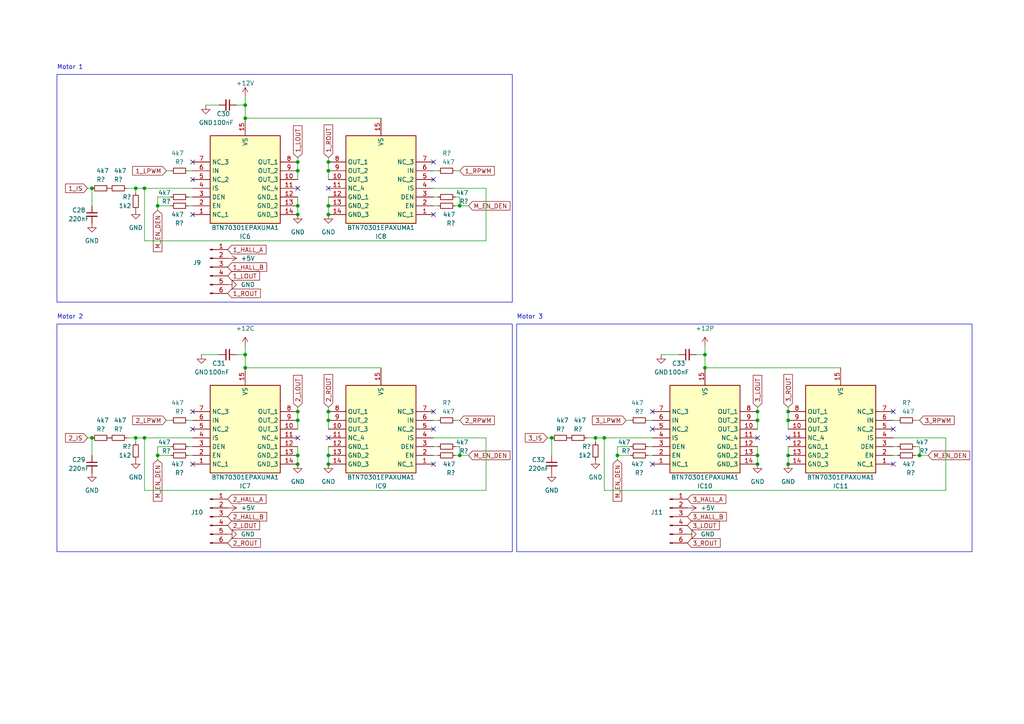
<source format=kicad_sch>
(kicad_sch (version 20230121) (generator eeschema)
  (paper "A4")
  (title_block (title "RBC by UGS") (date "2023-09-06") (rev "2.0"))
  (lib_symbols
    (symbol "Connector:Conn_01x06_Pin" (pin_names (offset 1.016) hide)
      (property "Reference" "J" (at 0 7.62 0))
      (property "Value" "Conn_01x06_Pin" (at 0 -10.16 0))
      (symbol "Conn_01x06_Pin_1_1"
        (polyline (pts (xy 1.27 -7.62) (xy 0.8636 -7.62)) (stroke (width 0.1524)))
        (polyline (pts (xy 1.27 -5.08) (xy 0.8636 -5.08)) (stroke (width 0.1524)))
        (polyline (pts (xy 1.27 -2.54) (xy 0.8636 -2.54)) (stroke (width 0.1524)))
        (polyline (pts (xy 1.27 0) (xy 0.8636 0)) (stroke (width 0.1524)))
        (polyline (pts (xy 1.27 2.54) (xy 0.8636 2.54)) (stroke (width 0.1524)))
        (polyline (pts (xy 1.27 5.08) (xy 0.8636 5.08)) (stroke (width 0.1524)))
        (rectangle (start 0.8636 -7.493) (end 0 -7.747) (stroke (width 0.1524)) (fill (type outline)))
        (rectangle (start 0.8636 -4.953) (end 0 -5.207) (stroke (width 0.1524)) (fill (type outline)))
        (rectangle (start 0.8636 -2.413) (end 0 -2.667) (stroke (width 0.1524)) (fill (type outline)))
        (rectangle (start 0.8636 0.127) (end 0 -0.127) (stroke (width 0.1524)) (fill (type outline)))
        (rectangle (start 0.8636 2.667) (end 0 2.413) (stroke (width 0.1524)) (fill (type outline)))
        (rectangle (start 0.8636 5.207) (end 0 4.953) (stroke (width 0.1524)) (fill (type outline)))
        (pin passive line (at 5.08 5.08 180) (length 3.81) (name "Pin_1") (number "1"))
        (pin passive line (at 5.08 2.54 180) (length 3.81) (name "Pin_2") (number "2"))
        (pin passive line (at 5.08 0 180) (length 3.81) (name "Pin_3") (number "3"))
        (pin passive line (at 5.08 -2.54 180) (length 3.81) (name "Pin_4") (number "4"))
        (pin passive line (at 5.08 -5.08 180) (length 3.81) (name "Pin_5") (number "5"))
        (pin passive line (at 5.08 -7.62 180) (length 3.81) (name "Pin_6") (number "6"))
      )
    )
    (symbol "Device:C_Small" (pin_numbers hide) (pin_names (offset 0.254) hide)
      (property "Reference" "C" (at 0.254 1.778 0))
      (property "Value" "C_Small" (at 0.254 -2.032 0))
      (symbol "C_Small_0_1"
        (polyline (pts (xy -1.524 -0.508) (xy 1.524 -0.508)) (stroke (width 0.3302)))
        (polyline (pts (xy -1.524 0.508) (xy 1.524 0.508)) (stroke (width 0.3048)))
      )
      (symbol "C_Small_1_1"
        (pin passive line (at 0 2.54 270) (length 2.032) (name "~") (number "1"))
        (pin passive line (at 0 -2.54 90) (length 2.032) (name "~") (number "2"))
      )
    )
    (symbol "Device:R_Small" (pin_numbers hide) (pin_names (offset 0.254) hide)
      (property "Reference" "R" (at 0.762 0.508 0))
      (property "Value" "R_Small" (at 0.762 -1.016 0))
      (symbol "R_Small_0_1"
        (rectangle (start -0.762 1.778) (end 0.762 -1.778) (stroke (width 0.2032)))
      )
      (symbol "R_Small_1_1"
        (pin passive line (at 0 2.54 270) (length 0.762) (name "~") (number "1"))
        (pin passive line (at 0 -2.54 90) (length 0.762) (name "~") (number "2"))
      )
    )
    (symbol "SamacSys_Parts:BTN70301EPAXUMA1"
      (property "Reference" "IC" (at 26.67 7.62 0))
      (property "Value" "BTN70301EPAXUMA1" (at 26.67 5.08 0))
      (symbol "BTN70301EPAXUMA1_1_1"
        (rectangle (start 5.08 2.54) (end 25.4 -22.86) (stroke (width 0.254)) (fill (type background)))
        (pin passive line (at 0 0 0) (length 5.08) (name "NC_1") (number "1"))
        (pin output line (at 30.48 -10.16 180) (length 5.08) (name "OUT_3") (number "10"))
        (pin passive line (at 30.48 -7.62 180) (length 5.08) (name "NC_4") (number "11"))
        (pin power_in line (at 30.48 -5.08 180) (length 5.08) (name "GND_1") (number "12"))
        (pin power_in line (at 30.48 -2.54 180) (length 5.08) (name "GND_2") (number "13"))
        (pin power_in line (at 30.48 0 180) (length 5.08) (name "GND_3") (number "14"))
        (pin power_in line (at 15.24 -27.94 90) (length 5.08) (name "VS") (number "15"))
        (pin input line (at 0 -2.54 0) (length 5.08) (name "EN") (number "2"))
        (pin input line (at 0 -5.08 0) (length 5.08) (name "DEN") (number "3"))
        (pin output line (at 0 -7.62 0) (length 5.08) (name "IS") (number "4"))
        (pin passive line (at 0 -10.16 0) (length 5.08) (name "NC_2") (number "5"))
        (pin input line (at 0 -12.7 0) (length 5.08) (name "IN") (number "6"))
        (pin passive line (at 0 -15.24 0) (length 5.08) (name "NC_3") (number "7"))
        (pin output line (at 30.48 -15.24 180) (length 5.08) (name "OUT_1") (number "8"))
        (pin output line (at 30.48 -12.7 180) (length 5.08) (name "OUT_2") (number "9"))
      )
    )
    (symbol "power:+12C" (power) (pin_names (offset 0))
      (property "Value" "+12C" (at 0 3.81 0))
      (symbol "+12C_0_1"
        (polyline (pts (xy -0.762 1.27) (xy 0 2.54)))
        (polyline (pts (xy 0 0) (xy 0 2.54)))
        (polyline (pts (xy 0 2.54) (xy 0.762 1.27)))
      )
      (symbol "+12C_1_1"
        (pin power_in line (at 0 0 90) (length 0) hide (name "+12C") (number "1"))
      )
    )
    (symbol "power:+12P" (power) (pin_names (offset 0))
      (property "Value" "+12P" (at 0 3.556 0))
      (symbol "+12P_0_1"
        (polyline (pts (xy -0.762 1.27) (xy 0 2.54)))
        (polyline (pts (xy 0 0) (xy 0 2.54)))
        (polyline (pts (xy 0 2.54) (xy 0.762 1.27)))
      )
      (symbol "+12P_1_1"
        (pin power_in line (at 0 0 90) (length 0) hide (name "+12P") (number "1"))
      )
    )
    (symbol "power:+12V" (power) (pin_names (offset 0))
      (property "Value" "+12V" (at 0 3.556 0))
      (symbol "+12V_0_1"
        (polyline (pts (xy -0.762 1.27) (xy 0 2.54)))
        (polyline (pts (xy 0 0) (xy 0 2.54)))
        (polyline (pts (xy 0 2.54) (xy 0.762 1.27)))
      )
      (symbol "+12V_1_1"
        (pin power_in line (at 0 0 90) (length 0) hide (name "+12V") (number "1"))
      )
    )
    (symbol "power:+5V" (power) (pin_names (offset 0))
      (property "Value" "+5V" (at 0 3.556 0))
      (symbol "+5V_0_1"
        (polyline (pts (xy -0.762 1.27) (xy 0 2.54)))
        (polyline (pts (xy 0 0) (xy 0 2.54)))
        (polyline (pts (xy 0 2.54) (xy 0.762 1.27)))
      )
      (symbol "+5V_1_1"
        (pin power_in line (at 0 0 90) (length 0) hide (name "+5V") (number "1"))
      )
    )
    (symbol "power:GND" (power) (pin_names (offset 0))
      (property "Value" "GND" (at 0 -3.81 0))
      (symbol "GND_0_1"
        (polyline (pts (xy 0 0) (xy 0 -1.27) (xy 1.27 -1.27) (xy 0 -2.54) (xy -1.27 -1.27) (xy 0 -1.27)))
      )
      (symbol "GND_1_1"
        (pin power_in line (at 0 0 270) (length 0) hide (name "GND") (number "1"))
      )
    )
  )
  (junction (at 175.26 127))
  (junction (at 95.25 121.92))
  (junction (at 41.91 127))
  (junction (at 95.25 119.38))
  (junction (at 219.71 134.62))
  (junction (at 71.12 102.87))
  (junction (at 133.35 59.69))
  (junction (at 133.35 132.08))
  (junction (at 26.67 127))
  (junction (at 45.72 59.69))
  (junction (at 266.7 132.08))
  (junction (at 95.25 49.53))
  (junction (at 95.25 62.23))
  (junction (at 41.91 54.61))
  (junction (at 204.47 102.87))
  (junction (at 45.72 132.08))
  (junction (at 71.12 34.29))
  (junction (at 219.71 119.38))
  (junction (at 160.02 127))
  (junction (at 86.36 62.23))
  (junction (at 172.72 127))
  (junction (at 228.6 119.38))
  (junction (at 95.25 46.99))
  (junction (at 95.25 134.62))
  (junction (at 86.36 119.38))
  (junction (at 71.12 106.68))
  (junction (at 71.12 30.48))
  (junction (at 228.6 132.08))
  (junction (at 179.07 132.08))
  (junction (at 86.36 132.08))
  (junction (at 219.71 121.92))
  (junction (at 86.36 49.53))
  (junction (at 86.36 46.99))
  (junction (at 39.37 54.61))
  (junction (at 228.6 134.62))
  (junction (at 219.71 132.08))
  (junction (at 95.25 132.08))
  (junction (at 86.36 59.69))
  (junction (at 95.25 59.69))
  (junction (at 86.36 134.62))
  (junction (at 86.36 121.92))
  (junction (at 39.37 127))
  (junction (at 26.67 54.61))
  (junction (at 228.6 121.92))
  (junction (at 204.47 106.68))
  (no_connect (at 86.36 127))
  (no_connect (at 228.6 127))
  (no_connect (at 55.88 124.46))
  (no_connect (at 125.73 134.62))
  (no_connect (at 189.23 124.46))
  (no_connect (at 219.71 127))
  (no_connect (at 259.08 119.38))
  (no_connect (at 55.88 62.23))
  (no_connect (at 125.73 46.99))
  (no_connect (at 86.36 54.61))
  (no_connect (at 55.88 134.62))
  (no_connect (at 55.88 119.38))
  (no_connect (at 259.08 134.62))
  (no_connect (at 125.73 52.07))
  (no_connect (at 125.73 119.38))
  (no_connect (at 95.25 127))
  (no_connect (at 95.25 54.61))
  (no_connect (at 55.88 52.07))
  (no_connect (at 189.23 119.38))
  (no_connect (at 189.23 134.62))
  (no_connect (at 259.08 124.46))
  (no_connect (at 125.73 124.46))
  (no_connect (at 55.88 46.99))
  (no_connect (at 125.73 62.23))
  (wire (pts (xy 26.67 54.61) (xy 26.67 59.69)))
  (wire (pts (xy 95.25 118.11) (xy 95.25 119.38)))
  (wire (pts (xy 228.6 132.08) (xy 228.6 134.62)))
  (wire (pts (xy 54.61 49.53) (xy 55.88 49.53)))
  (wire (pts (xy 86.36 129.54) (xy 86.36 132.08)))
  (wire (pts (xy 95.25 121.92) (xy 95.25 124.46)))
  (wire (pts (xy 86.36 132.08) (xy 86.36 134.62)))
  (wire (pts (xy 187.96 132.08) (xy 189.23 132.08)))
  (wire (pts (xy 125.73 129.54) (xy 127 129.54)))
  (wire (pts (xy 95.25 57.15) (xy 95.25 59.69)))
  (wire (pts (xy 265.43 129.54) (xy 266.7 129.54)))
  (wire (pts (xy 45.72 57.15) (xy 49.53 57.15)))
  (wire (pts (xy 179.07 132.08) (xy 179.07 133.35)))
  (wire (pts (xy 259.08 132.08) (xy 260.35 132.08)))
  (wire (pts (xy 86.36 57.15) (xy 86.36 59.69)))
  (wire (pts (xy 86.36 121.92) (xy 86.36 124.46)))
  (wire (pts (xy 274.32 142.24) (xy 175.26 142.24)))
  (wire (pts (xy 41.91 69.85) (xy 41.91 54.61)))
  (wire (pts (xy 71.12 106.68) (xy 110.49 106.68)))
  (wire (pts (xy 274.32 127) (xy 274.32 142.24)))
  (wire (pts (xy 26.67 127) (xy 26.67 132.08)))
  (wire (pts (xy 45.72 129.54) (xy 49.53 129.54)))
  (wire (pts (xy 266.7 129.54) (xy 266.7 132.08)))
  (wire (pts (xy 228.6 121.92) (xy 228.6 124.46)))
  (wire (pts (xy 175.26 127) (xy 172.72 127)))
  (wire (pts (xy 133.35 121.92) (xy 132.08 121.92)))
  (wire (pts (xy 55.88 54.61) (xy 41.91 54.61)))
  (wire (pts (xy 219.71 132.08) (xy 219.71 134.62)))
  (wire (pts (xy 133.35 49.53) (xy 132.08 49.53)))
  (wire (pts (xy 68.58 102.87) (xy 71.12 102.87)))
  (wire (pts (xy 54.61 132.08) (xy 55.88 132.08)))
  (wire (pts (xy 68.58 30.48) (xy 71.12 30.48)))
  (wire (pts (xy 45.72 57.15) (xy 45.72 59.69)))
  (wire (pts (xy 45.72 129.54) (xy 45.72 132.08)))
  (wire (pts (xy 219.71 119.38) (xy 219.71 121.92)))
  (wire (pts (xy 86.36 59.69) (xy 86.36 62.23)))
  (wire (pts (xy 133.35 132.08) (xy 135.89 132.08)))
  (wire (pts (xy 59.69 30.48) (xy 63.5 30.48)))
  (wire (pts (xy 219.71 129.54) (xy 219.71 132.08)))
  (wire (pts (xy 86.36 49.53) (xy 86.36 52.07)))
  (wire (pts (xy 189.23 127) (xy 175.26 127)))
  (wire (pts (xy 204.47 102.87) (xy 204.47 106.68)))
  (wire (pts (xy 125.73 132.08) (xy 127 132.08)))
  (wire (pts (xy 127 121.92) (xy 125.73 121.92)))
  (wire (pts (xy 125.73 54.61) (xy 140.97 54.61)))
  (wire (pts (xy 158.75 127) (xy 160.02 127)))
  (wire (pts (xy 36.83 54.61) (xy 39.37 54.61)))
  (wire (pts (xy 201.93 102.87) (xy 204.47 102.87)))
  (wire (pts (xy 259.08 127) (xy 274.32 127)))
  (wire (pts (xy 181.61 121.92) (xy 182.88 121.92)))
  (wire (pts (xy 179.07 129.54) (xy 182.88 129.54)))
  (wire (pts (xy 71.12 102.87) (xy 71.12 106.68)))
  (wire (pts (xy 228.6 119.38) (xy 228.6 121.92)))
  (wire (pts (xy 95.25 49.53) (xy 95.25 52.07)))
  (wire (pts (xy 86.36 119.38) (xy 86.36 121.92)))
  (wire (pts (xy 54.61 121.92) (xy 55.88 121.92)))
  (wire (pts (xy 125.73 127) (xy 140.97 127)))
  (wire (pts (xy 187.96 121.92) (xy 189.23 121.92)))
  (wire (pts (xy 86.36 45.72) (xy 86.36 46.99)))
  (wire (pts (xy 55.88 127) (xy 41.91 127)))
  (wire (pts (xy 187.96 129.54) (xy 189.23 129.54)))
  (wire (pts (xy 25.4 127) (xy 26.67 127)))
  (wire (pts (xy 39.37 127) (xy 39.37 128.27)))
  (wire (pts (xy 95.25 46.99) (xy 95.25 49.53)))
  (wire (pts (xy 71.12 27.94) (xy 71.12 30.48)))
  (wire (pts (xy 45.72 59.69) (xy 45.72 60.96)))
  (wire (pts (xy 140.97 69.85) (xy 41.91 69.85)))
  (wire (pts (xy 48.26 121.92) (xy 49.53 121.92)))
  (wire (pts (xy 175.26 142.24) (xy 175.26 127)))
  (wire (pts (xy 179.07 129.54) (xy 179.07 132.08)))
  (wire (pts (xy 133.35 57.15) (xy 133.35 59.69)))
  (wire (pts (xy 132.08 129.54) (xy 133.35 129.54)))
  (wire (pts (xy 160.02 127) (xy 160.02 132.08)))
  (wire (pts (xy 191.77 102.87) (xy 196.85 102.87)))
  (wire (pts (xy 54.61 57.15) (xy 55.88 57.15)))
  (wire (pts (xy 71.12 100.33) (xy 71.12 102.87)))
  (wire (pts (xy 133.35 132.08) (xy 132.08 132.08)))
  (wire (pts (xy 48.26 49.53) (xy 49.53 49.53)))
  (wire (pts (xy 228.6 118.11) (xy 228.6 119.38)))
  (wire (pts (xy 266.7 121.92) (xy 265.43 121.92)))
  (wire (pts (xy 266.7 132.08) (xy 265.43 132.08)))
  (wire (pts (xy 39.37 54.61) (xy 39.37 55.88)))
  (wire (pts (xy 259.08 129.54) (xy 260.35 129.54)))
  (wire (pts (xy 86.36 46.99) (xy 86.36 49.53)))
  (wire (pts (xy 133.35 129.54) (xy 133.35 132.08)))
  (wire (pts (xy 95.25 129.54) (xy 95.25 132.08)))
  (wire (pts (xy 125.73 57.15) (xy 127 57.15)))
  (wire (pts (xy 140.97 54.61) (xy 140.97 69.85)))
  (wire (pts (xy 260.35 121.92) (xy 259.08 121.92)))
  (wire (pts (xy 179.07 132.08) (xy 182.88 132.08)))
  (wire (pts (xy 71.12 30.48) (xy 71.12 34.29)))
  (wire (pts (xy 266.7 132.08) (xy 269.24 132.08)))
  (wire (pts (xy 41.91 142.24) (xy 41.91 127)))
  (wire (pts (xy 140.97 142.24) (xy 41.91 142.24)))
  (wire (pts (xy 54.61 59.69) (xy 55.88 59.69)))
  (wire (pts (xy 71.12 34.29) (xy 110.49 34.29)))
  (wire (pts (xy 204.47 106.68) (xy 243.84 106.68)))
  (wire (pts (xy 25.4 54.61) (xy 26.67 54.61)))
  (wire (pts (xy 45.72 59.69) (xy 49.53 59.69)))
  (wire (pts (xy 228.6 129.54) (xy 228.6 132.08)))
  (wire (pts (xy 95.25 59.69) (xy 95.25 62.23)))
  (wire (pts (xy 95.25 45.72) (xy 95.25 46.99)))
  (wire (pts (xy 41.91 54.61) (xy 39.37 54.61)))
  (wire (pts (xy 170.18 127) (xy 172.72 127)))
  (wire (pts (xy 132.08 57.15) (xy 133.35 57.15)))
  (wire (pts (xy 125.73 59.69) (xy 127 59.69)))
  (wire (pts (xy 54.61 129.54) (xy 55.88 129.54)))
  (wire (pts (xy 41.91 127) (xy 39.37 127)))
  (wire (pts (xy 86.36 118.11) (xy 86.36 119.38)))
  (wire (pts (xy 95.25 119.38) (xy 95.25 121.92)))
  (wire (pts (xy 58.42 102.87) (xy 63.5 102.87)))
  (wire (pts (xy 140.97 127) (xy 140.97 142.24)))
  (wire (pts (xy 204.47 100.33) (xy 204.47 102.87)))
  (wire (pts (xy 36.83 127) (xy 39.37 127)))
  (wire (pts (xy 95.25 132.08) (xy 95.25 134.62)))
  (wire (pts (xy 45.72 132.08) (xy 45.72 133.35)))
  (wire (pts (xy 45.72 132.08) (xy 49.53 132.08)))
  (wire (pts (xy 219.71 121.92) (xy 219.71 124.46)))
  (wire (pts (xy 219.71 118.11) (xy 219.71 119.38)))
  (wire (pts (xy 127 49.53) (xy 125.73 49.53)))
  (wire (pts (xy 135.89 59.69) (xy 133.35 59.69)))
  (wire (pts (xy 133.35 59.69) (xy 132.08 59.69)))
  (wire (pts (xy 172.72 127) (xy 172.72 128.27)))
  (rectangle (start 16.51 93.98) (end 148.59 160.02))
  (rectangle (start 16.51 21.59) (end 148.59 87.63))
  (rectangle (start 149.86 93.98) (end 281.94 160.02))
  (text "Motor 2" (at 16.51 92.71 0) (effects (font (size 1.27 1.27)) (justify left bottom)))
  (text "Motor 3" (at 149.86 92.71 0) (effects (font (size 1.27 1.27)) (justify left bottom)))
  (text "Motor 1" (at 16.51 20.32 0) (effects (font (size 1.27 1.27)) (justify left bottom)))
  (global_label "3_LOUT" (shape input) (at 199.39 152.4 0) (property "Intersheetrefs" "${INTERSHEET_REFS}" (effects hide)))
  (global_label "3_LPWM" (shape input) (at 181.61 121.92 180) (property "Intersheetrefs" "${INTERSHEET_REFS}" (effects hide)))
  (global_label "M_EN_DEN" (shape input) (at 269.24 132.08 0) (property "Intersheetrefs" "${INTERSHEET_REFS}" (effects hide)))
  (global_label "3_RPWM" (shape input) (at 266.7 121.92 0) (property "Intersheetrefs" "${INTERSHEET_REFS}" (effects hide)))
  (global_label "M_EN_DEN" (shape input) (at 135.89 132.08 0) (property "Intersheetrefs" "${INTERSHEET_REFS}" (effects hide)))
  (global_label "1_HALL_B" (shape input) (at 66.04 77.47 0) (property "Intersheetrefs" "${INTERSHEET_REFS}" (effects hide)))
  (global_label "1_LOUT" (shape input) (at 66.04 80.01 0) (property "Intersheetrefs" "${INTERSHEET_REFS}" (effects hide)))
  (global_label "2_ROUT" (shape input) (at 66.04 157.48 0) (property "Intersheetrefs" "${INTERSHEET_REFS}" (effects hide)))
  (global_label "M_EN_DEN" (shape input) (at 45.72 133.35 270) (property "Intersheetrefs" "${INTERSHEET_REFS}" (effects hide)))
  (global_label "3_ROUT" (shape input) (at 199.39 157.48 0) (property "Intersheetrefs" "${INTERSHEET_REFS}" (effects hide)))
  (global_label "1_IS" (shape input) (at 25.4 54.61 180) (property "Intersheetrefs" "${INTERSHEET_REFS}" (effects hide)))
  (global_label "1_ROUT" (shape input) (at 95.25 45.72 90) (property "Intersheetrefs" "${INTERSHEET_REFS}" (effects hide)))
  (global_label "2_IS" (shape input) (at 25.4 127 180) (property "Intersheetrefs" "${INTERSHEET_REFS}" (effects hide)))
  (global_label "3_LOUT" (shape input) (at 219.71 118.11 90) (property "Intersheetrefs" "${INTERSHEET_REFS}" (effects hide)))
  (global_label "1_HALL_A" (shape input) (at 66.04 72.39 0) (property "Intersheetrefs" "${INTERSHEET_REFS}" (effects hide)))
  (global_label "M_EN_DEN" (shape input) (at 179.07 133.35 270) (property "Intersheetrefs" "${INTERSHEET_REFS}" (effects hide)))
  (global_label "1_RPWM" (shape input) (at 133.35 49.53 0) (property "Intersheetrefs" "${INTERSHEET_REFS}" (effects hide)))
  (global_label "3_HALL_B" (shape input) (at 199.39 149.86 0) (property "Intersheetrefs" "${INTERSHEET_REFS}" (effects hide)))
  (global_label "2_HALL_B" (shape input) (at 66.04 149.86 0) (property "Intersheetrefs" "${INTERSHEET_REFS}" (effects hide)))
  (global_label "1_LPWM" (shape input) (at 48.26 49.53 180) (property "Intersheetrefs" "${INTERSHEET_REFS}" (effects hide)))
  (global_label "M_EN_DEN" (shape input) (at 135.89 59.69 0) (property "Intersheetrefs" "${INTERSHEET_REFS}" (effects hide)))
  (global_label "2_ROUT" (shape input) (at 95.25 118.11 90) (property "Intersheetrefs" "${INTERSHEET_REFS}" (effects hide)))
  (global_label "3_HALL_A" (shape input) (at 199.39 144.78 0) (property "Intersheetrefs" "${INTERSHEET_REFS}" (effects hide)))
  (global_label "2_HALL_A" (shape input) (at 66.04 144.78 0) (property "Intersheetrefs" "${INTERSHEET_REFS}" (effects hide)))
  (global_label "2_LOUT" (shape input) (at 86.36 118.11 90) (property "Intersheetrefs" "${INTERSHEET_REFS}" (effects hide)))
  (global_label "2_LPWM" (shape input) (at 48.26 121.92 180) (property "Intersheetrefs" "${INTERSHEET_REFS}" (effects hide)))
  (global_label "2_LOUT" (shape input) (at 66.04 152.4 0) (property "Intersheetrefs" "${INTERSHEET_REFS}" (effects hide)))
  (global_label "1_LOUT" (shape input) (at 86.36 45.72 90) (property "Intersheetrefs" "${INTERSHEET_REFS}" (effects hide)))
  (global_label "3_ROUT" (shape input) (at 228.6 118.11 90) (property "Intersheetrefs" "${INTERSHEET_REFS}" (effects hide)))
  (global_label "M_EN_DEN" (shape input) (at 45.72 60.96 270) (property "Intersheetrefs" "${INTERSHEET_REFS}" (effects hide)))
  (global_label "3_IS" (shape input) (at 158.75 127 180) (property "Intersheetrefs" "${INTERSHEET_REFS}" (effects hide)))
  (global_label "2_RPWM" (shape input) (at 133.35 121.92 0) (property "Intersheetrefs" "${INTERSHEET_REFS}" (effects hide)))
  (global_label "1_ROUT" (shape input) (at 66.04 85.09 0) (property "Intersheetrefs" "${INTERSHEET_REFS}" (effects hide)))
  (symbol (lib_id "Device:C_Small") (at 199.39 102.87 90) (unit 1)
    (property "Reference" "C33" (at 196.85 105.41 90))
    (property "Value" "100nF" (at 196.85 107.95 90))
    (property "Footprint" "Capacitor_SMD:C_0402_1005Metric" (effects hide))
  )
  (symbol (lib_id "Device:R_Small") (at 34.29 127 270) (unit 1)
    (property "Reference" "R?" (at 33.02 124.46 90) (effects (justify left)))
    (property "Value" "4k7" (at 33.02 121.92 90) (effects (justify left)))
    (property "Footprint" "Resistor_SMD:R_1206_3216Metric" (effects hide))
    (instances (project "rbc_circuits" (path "" (reference "R?") (unit 1)) (path "" (reference "R29") (unit 1))))
  )
  (symbol (lib_id "Device:R_Small") (at 52.07 57.15 90) (unit 1)
    (property "Reference" "R?" (at 49.53 58.42 90) (effects (justify left)))
    (property "Value" "4k7" (at 49.53 55.88 90) (effects (justify left)))
    (property "Footprint" "Resistor_SMD:R_1206_3216Metric" (effects hide))
    (instances (project "rbc_circuits" (path "" (reference "R?") (unit 1)) (path "" (reference "R33") (unit 1))))
  )
  (symbol (lib_id "Device:R_Small") (at 262.89 132.08 90) (unit 1)
    (property "Reference" "R?" (at 265.43 137.16 90) (effects (justify left)))
    (property "Value" "4k7" (at 265.43 134.62 90) (effects (justify left)))
    (property "Footprint" "Resistor_SMD:R_1206_3216Metric" (effects hide))
    (instances (project "rbc_circuits" (path "" (reference "R?") (unit 1)) (path "" (reference "R52") (unit 1))))
  )
  (symbol (lib_id "power:+5V") (at 66.04 147.32 270) (unit 1)
    (property "Reference" "#PWR064" (effects hide))
    (property "Value" "+5V" (at 69.85 147.32 90) (effects (justify left)))
  )
  (symbol (lib_id "Device:R_Small") (at 39.37 130.81 180) (unit 1)
    (property "Reference" "R?" (at 38.1 129.54 0) (effects (justify left)))
    (property "Value" "1k2" (at 38.1 132.08 0) (effects (justify left)))
    (property "Footprint" "Resistor_SMD:R_1206_3216Metric" (effects hide))
    (instances (project "rbc_circuits" (path "" (reference "R?") (unit 1)) (path "" (reference "R31") (unit 1))))
  )
  (symbol (lib_id "SamacSys_Parts:BTN70301EPAXUMA1") (at 125.73 62.23 180) (unit 1)
    (property "Reference" "IC8" (at 110.49 68.58 0))
    (property "Value" "BTN70301EPAXUMA1" (at 110.49 66.04 0))
    (property "Footprint" "rbc Custom Library:Infineon_PG-TSDSO-14-22_custom" (effects hide))
    (property "Datasheet" "https://www.infineon.com/dgdl/Infineon-BTN7030-1EPA-DataSheet-v01_01-EN.pdf?fileId=5546d462749a7c2d0174b68220d93194" (effects hide))
    (property "Height" "1.15" (effects hide))
    (property "Mouser Part Number" "726-BTN70301EPAXUMA1" (effects hide))
    (property "Mouser Price/Stock" "https://www.mouser.co.uk/ProductDetail/Infineon-Technologies/BTN70301EPAXUMA1?qs=DPoM0jnrROUEnXUocksGqQ%3D%3D" (effects hide))
    (property "Manufacturer_Name" "Infineon" (effects hide))
    (property "Manufacturer_Part_Number" "BTN70301EPAXUMA1" (effects hide))
  )
  (symbol (lib_id "Device:R_Small") (at 172.72 130.81 180) (unit 1)
    (property "Reference" "R?" (at 171.45 129.54 0) (effects (justify left)))
    (property "Value" "1k2" (at 171.45 132.08 0) (effects (justify left)))
    (property "Footprint" "Resistor_SMD:R_1206_3216Metric" (effects hide))
    (instances (project "rbc_circuits" (path "" (reference "R?") (unit 1)) (path "" (reference "R46") (unit 1))))
  )
  (symbol (lib_id "power:GND") (at 95.25 134.62 0) (unit 1)
    (property "Reference" "#PWR071" (effects hide))
    (property "Value" "GND" (at 95.25 139.7 0))
  )
  (symbol (lib_id "Device:R_Small") (at 129.54 121.92 270) (unit 1)
    (property "Reference" "R?" (at 128.27 116.84 90) (effects (justify left)))
    (property "Value" "4k7" (at 128.27 119.38 90) (effects (justify left)))
    (property "Footprint" "Resistor_SMD:R_1206_3216Metric" (effects hide))
    (instances (project "rbc_circuits" (path "" (reference "R?") (unit 1)) (path "" (reference "R41") (unit 1))))
  )
  (symbol (lib_id "Device:C_Small") (at 66.04 30.48 270) (unit 1)
    (property "Reference" "C30" (at 64.77 33.02 90))
    (property "Value" "100nF" (at 64.77 35.56 90))
    (property "Footprint" "Capacitor_SMD:C_0402_1005Metric" (effects hide))
  )
  (symbol (lib_id "Device:R_Small") (at 262.89 121.92 270) (unit 1)
    (property "Reference" "R?" (at 261.62 116.84 90) (effects (justify left)))
    (property "Value" "4k7" (at 261.62 119.38 90) (effects (justify left)))
    (property "Footprint" "Resistor_SMD:R_1206_3216Metric" (effects hide))
    (instances (project "rbc_circuits" (path "" (reference "R?") (unit 1)) (path "" (reference "R50") (unit 1))))
  )
  (symbol (lib_id "power:+12V") (at 71.12 27.94 0) (unit 1)
    (property "Reference" "#PWR066" (effects hide))
    (property "Value" "+12V" (at 71.12 24.13 0))
  )
  (symbol (lib_id "power:+12P") (at 204.47 100.33 0) (unit 1)
    (property "Reference" "#PWR077" (effects hide))
    (property "Value" "+12P" (at 204.47 95.25 0))
  )
  (symbol (lib_id "power:+5V") (at 199.39 147.32 270) (unit 1)
    (property "Reference" "#PWR075" (effects hide))
    (property "Value" "+5V" (at 203.2 147.32 90) (effects (justify left)))
  )
  (symbol (lib_id "Device:C_Small") (at 26.67 62.23 0) (unit 1)
    (property "Reference" "C28" (at 22.86 60.96 0))
    (property "Value" "220nF" (at 22.86 63.5 0))
    (property "Footprint" "Capacitor_SMD:C_0805_2012Metric" (effects hide))
  )
  (symbol (lib_id "Device:R_Small") (at 262.89 129.54 90) (unit 1)
    (property "Reference" "R?" (at 269.24 130.81 90) (effects (justify left)))
    (property "Value" "4k7" (at 269.24 128.27 90) (effects (justify left)))
    (property "Footprint" "Resistor_SMD:R_1206_3216Metric" (effects hide))
    (instances (project "rbc_circuits" (path "" (reference "R?") (unit 1)) (path "" (reference "R51") (unit 1))))
  )
  (symbol (lib_id "Device:R_Small") (at 52.07 59.69 90) (unit 1)
    (property "Reference" "R?" (at 53.34 64.77 90) (effects (justify left)))
    (property "Value" "4k7" (at 53.34 62.23 90) (effects (justify left)))
    (property "Footprint" "Resistor_SMD:R_1206_3216Metric" (effects hide))
    (instances (project "rbc_circuits" (path "" (reference "R?") (unit 1)) (path "" (reference "R34") (unit 1))))
  )
  (symbol (lib_id "Connector:Conn_01x06_Pin") (at 194.31 149.86 0) (unit 1)
    (property "Reference" "J11" (at 190.5 148.59 0))
    (property "Value" "Conn_01x06_Pin" (effects hide))
    (property "Footprint" "Connector_Molex:Molex_Micro-Fit_3.0_43045-0612_2x03_P3.00mm_Vertical" (effects hide))
  )
  (symbol (lib_id "SamacSys_Parts:BTN70301EPAXUMA1") (at 55.88 62.23 0) (mirror x) (unit 1)
    (property "Reference" "IC6" (at 71.12 68.58 0))
    (property "Value" "BTN70301EPAXUMA1" (at 71.12 66.04 0))
    (property "Footprint" "rbc Custom Library:Infineon_PG-TSDSO-14-22_custom" (effects hide))
    (property "Datasheet" "https://www.infineon.com/dgdl/Infineon-BTN7030-1EPA-DataSheet-v01_01-EN.pdf?fileId=5546d462749a7c2d0174b68220d93194" (effects hide))
    (property "Height" "1.15" (effects hide))
    (property "Mouser Part Number" "726-BTN70301EPAXUMA1" (effects hide))
    (property "Mouser Price/Stock" "https://www.mouser.co.uk/ProductDetail/Infineon-Technologies/BTN70301EPAXUMA1?qs=DPoM0jnrROUEnXUocksGqQ%3D%3D" (effects hide))
    (property "Manufacturer_Name" "Infineon" (effects hide))
    (property "Manufacturer_Part_Number" "BTN70301EPAXUMA1" (effects hide))
  )
  (symbol (lib_id "Device:R_Small") (at 162.56 127 270) (unit 1)
    (property "Reference" "R?" (at 161.29 124.46 90) (effects (justify left)))
    (property "Value" "4k7" (at 161.29 121.92 90) (effects (justify left)))
    (property "Footprint" "Resistor_SMD:R_1206_3216Metric" (effects hide))
    (instances (project "rbc_circuits" (path "" (reference "R?") (unit 1)) (path "" (reference "R44") (unit 1))))
  )
  (symbol (lib_id "power:GND") (at 160.02 137.16 0) (unit 1)
    (property "Reference" "#PWR072" (effects hide))
    (property "Value" "GND" (at 160.02 142.24 0))
  )
  (symbol (lib_id "SamacSys_Parts:BTN70301EPAXUMA1") (at 189.23 134.62 0) (mirror x) (unit 1)
    (property "Reference" "IC10" (at 204.47 140.97 0))
    (property "Value" "BTN70301EPAXUMA1" (at 204.47 138.43 0))
    (property "Footprint" "rbc Custom Library:Infineon_PG-TSDSO-14-22_custom" (effects hide))
    (property "Datasheet" "https://www.infineon.com/dgdl/Infineon-BTN7030-1EPA-DataSheet-v01_01-EN.pdf?fileId=5546d462749a7c2d0174b68220d93194" (effects hide))
    (property "Height" "1.15" (effects hide))
    (property "Mouser Part Number" "726-BTN70301EPAXUMA1" (effects hide))
    (property "Mouser Price/Stock" "https://www.mouser.co.uk/ProductDetail/Infineon-Technologies/BTN70301EPAXUMA1?qs=DPoM0jnrROUEnXUocksGqQ%3D%3D" (effects hide))
    (property "Manufacturer_Name" "Infineon" (effects hide))
    (property "Manufacturer_Part_Number" "BTN70301EPAXUMA1" (effects hide))
  )
  (symbol (lib_id "Device:R_Small") (at 52.07 129.54 90) (unit 1)
    (property "Reference" "R?" (at 49.53 130.81 90) (effects (justify left)))
    (property "Value" "4k7" (at 49.53 128.27 90) (effects (justify left)))
    (property "Footprint" "Resistor_SMD:R_1206_3216Metric" (effects hide))
    (instances (project "rbc_circuits" (path "" (reference "R?") (unit 1)) (path "" (reference "R36") (unit 1))))
  )
  (symbol (lib_id "Device:R_Small") (at 34.29 54.61 270) (unit 1)
    (property "Reference" "R?" (at 33.02 52.07 90) (effects (justify left)))
    (property "Value" "4k7" (at 33.02 49.53 90) (effects (justify left)))
    (property "Footprint" "Resistor_SMD:R_1206_3216Metric" (effects hide))
    (instances (project "rbc_circuits" (path "" (reference "R?") (unit 1)) (path "" (reference "R28") (unit 1))))
  )
  (symbol (lib_id "SamacSys_Parts:BTN70301EPAXUMA1") (at 259.08 134.62 180) (unit 1)
    (property "Reference" "IC11" (at 243.84 140.97 0))
    (property "Value" "BTN70301EPAXUMA1" (at 243.84 138.43 0))
    (property "Footprint" "rbc Custom Library:Infineon_PG-TSDSO-14-22_custom" (effects hide))
    (property "Datasheet" "https://www.infineon.com/dgdl/Infineon-BTN7030-1EPA-DataSheet-v01_01-EN.pdf?fileId=5546d462749a7c2d0174b68220d93194" (effects hide))
    (property "Height" "1.15" (effects hide))
    (property "Mouser Part Number" "726-BTN70301EPAXUMA1" (effects hide))
    (property "Mouser Price/Stock" "https://www.mouser.co.uk/ProductDetail/Infineon-Technologies/BTN70301EPAXUMA1?qs=DPoM0jnrROUEnXUocksGqQ%3D%3D" (effects hide))
    (property "Manufacturer_Name" "Infineon" (effects hide))
    (property "Manufacturer_Part_Number" "BTN70301EPAXUMA1" (effects hide))
  )
  (symbol (lib_id "SamacSys_Parts:BTN70301EPAXUMA1") (at 125.73 134.62 180) (unit 1)
    (property "Reference" "IC9" (at 110.49 140.97 0))
    (property "Value" "BTN70301EPAXUMA1" (at 110.49 138.43 0))
    (property "Footprint" "rbc Custom Library:Infineon_PG-TSDSO-14-22_custom" (effects hide))
    (property "Datasheet" "https://www.infineon.com/dgdl/Infineon-BTN7030-1EPA-DataSheet-v01_01-EN.pdf?fileId=5546d462749a7c2d0174b68220d93194" (effects hide))
    (property "Height" "1.15" (effects hide))
    (property "Mouser Part Number" "726-BTN70301EPAXUMA1" (effects hide))
    (property "Mouser Price/Stock" "https://www.mouser.co.uk/ProductDetail/Infineon-Technologies/BTN70301EPAXUMA1?qs=DPoM0jnrROUEnXUocksGqQ%3D%3D" (effects hide))
    (property "Manufacturer_Name" "Infineon" (effects hide))
    (property "Manufacturer_Part_Number" "BTN70301EPAXUMA1" (effects hide))
  )
  (symbol (lib_id "Device:R_Small") (at 129.54 132.08 90) (unit 1)
    (property "Reference" "R?" (at 132.08 137.16 90) (effects (justify left)))
    (property "Value" "4k7" (at 132.08 134.62 90) (effects (justify left)))
    (property "Footprint" "Resistor_SMD:R_1206_3216Metric" (effects hide))
    (instances (project "rbc_circuits" (path "" (reference "R?") (unit 1)) (path "" (reference "R43") (unit 1))))
  )
  (symbol (lib_id "power:GND") (at 86.36 134.62 0) (unit 1)
    (property "Reference" "#PWR069" (effects hide))
    (property "Value" "GND" (at 86.36 139.7 0))
  )
  (symbol (lib_id "power:GND") (at 191.77 102.87 0) (unit 1)
    (property "Reference" "#PWR074" (effects hide))
    (property "Value" "GND" (at 191.77 107.95 0))
  )
  (symbol (lib_id "power:GND") (at 26.67 64.77 0) (unit 1)
    (property "Reference" "#PWR056" (effects hide))
    (property "Value" "GND" (at 26.67 69.85 0))
  )
  (symbol (lib_id "Device:R_Small") (at 52.07 132.08 90) (unit 1)
    (property "Reference" "R?" (at 53.34 137.16 90) (effects (justify left)))
    (property "Value" "4k7" (at 53.34 134.62 90) (effects (justify left)))
    (property "Footprint" "Resistor_SMD:R_1206_3216Metric" (effects hide))
    (instances (project "rbc_circuits" (path "" (reference "R?") (unit 1)) (path "" (reference "R37") (unit 1))))
  )
  (symbol (lib_id "power:+12C") (at 71.12 100.33 0) (unit 1)
    (property "Reference" "#PWR?" (effects hide))
    (property "Value" "+12C" (at 71.12 95.25 0))
    (instances (project "rbc_circuits" (path "" (reference "#PWR?") (unit 1)) (path "" (reference "#PWR067") (unit 1))))
  )
  (symbol (lib_id "Device:C_Small") (at 160.02 134.62 0) (unit 1)
    (property "Reference" "C32" (at 156.21 133.35 0))
    (property "Value" "220nF" (at 156.21 135.89 0))
    (property "Footprint" "Capacitor_SMD:C_0805_2012Metric" (effects hide))
  )
  (symbol (lib_id "power:GND") (at 26.67 137.16 0) (unit 1)
    (property "Reference" "#PWR057" (effects hide))
    (property "Value" "GND" (at 26.67 142.24 0))
  )
  (symbol (lib_id "Connector:Conn_01x06_Pin") (at 60.96 149.86 0) (unit 1)
    (property "Reference" "J10" (at 57.15 148.59 0))
    (property "Value" "Conn_01x06_Pin" (effects hide))
    (property "Footprint" "Connector_Molex:Molex_Micro-Fit_3.0_43045-0612_2x03_P3.00mm_Vertical" (effects hide))
  )
  (symbol (lib_id "power:GND") (at 58.42 102.87 0) (unit 1)
    (property "Reference" "#PWR060" (effects hide))
    (property "Value" "GND" (at 58.42 107.95 0))
  )
  (symbol (lib_id "power:GND") (at 39.37 60.96 0) (unit 1)
    (property "Reference" "#PWR058" (effects hide))
    (property "Value" "GND" (at 39.37 66.04 0))
  )
  (symbol (lib_id "power:GND") (at 219.71 134.62 0) (unit 1)
    (property "Reference" "#PWR078" (effects hide))
    (property "Value" "GND" (at 219.71 139.7 0))
  )
  (symbol (lib_id "power:GND") (at 39.37 133.35 0) (unit 1)
    (property "Reference" "#PWR059" (effects hide))
    (property "Value" "GND" (at 39.37 138.43 0))
  )
  (symbol (lib_id "power:GND") (at 66.04 82.55 90) (unit 1)
    (property "Reference" "#PWR063" (effects hide))
    (property "Value" "GND" (at 69.85 82.55 90) (effects (justify right)))
  )
  (symbol (lib_id "Connector:Conn_01x06_Pin") (at 60.96 77.47 0) (unit 1)
    (property "Reference" "J9" (at 57.15 76.2 0))
    (property "Value" "Conn_01x06_Pin" (effects hide))
    (property "Footprint" "Connector_Molex:Molex_Micro-Fit_3.0_43045-0612_2x03_P3.00mm_Vertical" (effects hide))
  )
  (symbol (lib_id "power:GND") (at 95.25 62.23 0) (unit 1)
    (property "Reference" "#PWR070" (effects hide))
    (property "Value" "GND" (at 95.25 67.31 0))
  )
  (symbol (lib_id "Device:R_Small") (at 129.54 49.53 270) (unit 1)
    (property "Reference" "R?" (at 128.27 44.45 90) (effects (justify left)))
    (property "Value" "4k7" (at 128.27 46.99 90) (effects (justify left)))
    (property "Footprint" "Resistor_SMD:R_1206_3216Metric" (effects hide))
    (instances (project "rbc_circuits" (path "" (reference "R?") (unit 1)) (path "" (reference "R38") (unit 1))))
  )
  (symbol (lib_id "Device:R_Small") (at 185.42 132.08 90) (unit 1)
    (property "Reference" "R?" (at 186.69 137.16 90) (effects (justify left)))
    (property "Value" "4k7" (at 186.69 134.62 90) (effects (justify left)))
    (property "Footprint" "Resistor_SMD:R_1206_3216Metric" (effects hide))
    (instances (project "rbc_circuits" (path "" (reference "R?") (unit 1)) (path "" (reference "R49") (unit 1))))
  )
  (symbol (lib_id "SamacSys_Parts:BTN70301EPAXUMA1") (at 55.88 134.62 0) (mirror x) (unit 1)
    (property "Reference" "IC7" (at 71.12 140.97 0))
    (property "Value" "BTN70301EPAXUMA1" (at 71.12 138.43 0))
    (property "Footprint" "rbc Custom Library:Infineon_PG-TSDSO-14-22_custom" (effects hide))
    (property "Datasheet" "https://www.infineon.com/dgdl/Infineon-BTN7030-1EPA-DataSheet-v01_01-EN.pdf?fileId=5546d462749a7c2d0174b68220d93194" (effects hide))
    (property "Height" "1.15" (effects hide))
    (property "Mouser Part Number" "726-BTN70301EPAXUMA1" (effects hide))
    (property "Mouser Price/Stock" "https://www.mouser.co.uk/ProductDetail/Infineon-Technologies/BTN70301EPAXUMA1?qs=DPoM0jnrROUEnXUocksGqQ%3D%3D" (effects hide))
    (property "Manufacturer_Name" "Infineon" (effects hide))
    (property "Manufacturer_Part_Number" "BTN70301EPAXUMA1" (effects hide))
  )
  (symbol (lib_id "Device:R_Small") (at 52.07 121.92 90) (unit 1)
    (property "Reference" "R?" (at 53.34 119.38 90) (effects (justify left)))
    (property "Value" "4k7" (at 53.34 116.84 90) (effects (justify left)))
    (property "Footprint" "Resistor_SMD:R_1206_3216Metric" (effects hide))
    (instances (project "rbc_circuits" (path "" (reference "R?") (unit 1)) (path "" (reference "R35") (unit 1))))
  )
  (symbol (lib_id "Device:R_Small") (at 129.54 129.54 90) (unit 1)
    (property "Reference" "R?" (at 135.89 130.81 90) (effects (justify left)))
    (property "Value" "4k7" (at 135.89 128.27 90) (effects (justify left)))
    (property "Footprint" "Resistor_SMD:R_1206_3216Metric" (effects hide))
    (instances (project "rbc_circuits" (path "" (reference "R?") (unit 1)) (path "" (reference "R42") (unit 1))))
  )
  (symbol (lib_id "power:GND") (at 86.36 62.23 0) (unit 1)
    (property "Reference" "#PWR068" (effects hide))
    (property "Value" "GND" (at 86.36 67.31 0))
  )
  (symbol (lib_id "Device:R_Small") (at 185.42 129.54 90) (unit 1)
    (property "Reference" "R?" (at 182.88 130.81 90) (effects (justify left)))
    (property "Value" "4k7" (at 182.88 128.27 90) (effects (justify left)))
    (property "Footprint" "Resistor_SMD:R_1206_3216Metric" (effects hide))
    (instances (project "rbc_circuits" (path "" (reference "R?") (unit 1)) (path "" (reference "R48") (unit 1))))
  )
  (symbol (lib_id "Device:C_Small") (at 26.67 134.62 0) (unit 1)
    (property "Reference" "C29" (at 22.86 133.35 0))
    (property "Value" "220nF" (at 22.86 135.89 0))
    (property "Footprint" "Capacitor_SMD:C_0805_2012Metric" (effects hide))
  )
  (symbol (lib_id "Device:R_Small") (at 185.42 121.92 90) (unit 1)
    (property "Reference" "R?" (at 186.69 119.38 90) (effects (justify left)))
    (property "Value" "4k7" (at 186.69 116.84 90) (effects (justify left)))
    (property "Footprint" "Resistor_SMD:R_1206_3216Metric" (effects hide))
    (instances (project "rbc_circuits" (path "" (reference "R?") (unit 1)) (path "" (reference "R47") (unit 1))))
  )
  (symbol (lib_id "power:GND") (at 59.69 30.48 0) (unit 1)
    (property "Reference" "#PWR061" (effects hide))
    (property "Value" "GND" (at 59.69 35.56 0))
  )
  (symbol (lib_id "Device:R_Small") (at 29.21 54.61 270) (unit 1)
    (property "Reference" "R?" (at 27.94 52.07 90) (effects (justify left)))
    (property "Value" "4k7" (at 27.94 49.53 90) (effects (justify left)))
    (property "Footprint" "Resistor_SMD:R_1206_3216Metric" (effects hide))
    (instances (project "rbc_circuits" (path "" (reference "R?") (unit 1)) (path "" (reference "R26") (unit 1))))
  )
  (symbol (lib_id "Device:R_Small") (at 39.37 58.42 180) (unit 1)
    (property "Reference" "R?" (at 38.1 57.15 0) (effects (justify left)))
    (property "Value" "1k2" (at 38.1 59.69 0) (effects (justify left)))
    (property "Footprint" "Resistor_SMD:R_1206_3216Metric" (effects hide))
    (instances (project "rbc_circuits" (path "" (reference "R?") (unit 1)) (path "" (reference "R30") (unit 1))))
  )
  (symbol (lib_id "Device:R_Small") (at 52.07 49.53 90) (unit 1)
    (property "Reference" "R?" (at 53.34 46.99 90) (effects (justify left)))
    (property "Value" "4k7" (at 53.34 44.45 90) (effects (justify left)))
    (property "Footprint" "Resistor_SMD:R_1206_3216Metric" (effects hide))
    (instances (project "rbc_circuits" (path "" (reference "R?") (unit 1)) (path "" (reference "R32") (unit 1))))
  )
  (symbol (lib_id "power:GND") (at 172.72 133.35 0) (unit 1)
    (property "Reference" "#PWR073" (effects hide))
    (property "Value" "GND" (at 172.72 138.43 0))
  )
  (symbol (lib_id "power:GND") (at 228.6 134.62 0) (unit 1)
    (property "Reference" "#PWR079" (effects hide))
    (property "Value" "GND" (at 228.6 139.7 0))
  )
  (symbol (lib_id "Device:R_Small") (at 29.21 127 270) (unit 1)
    (property "Reference" "R?" (at 27.94 124.46 90) (effects (justify left)))
    (property "Value" "4k7" (at 27.94 121.92 90) (effects (justify left)))
    (property "Footprint" "Resistor_SMD:R_1206_3216Metric" (effects hide))
    (instances (project "rbc_circuits" (path "" (reference "R?") (unit 1)) (path "" (reference "R27") (unit 1))))
  )
  (symbol (lib_id "power:GND") (at 66.04 154.94 90) (unit 1)
    (property "Reference" "#PWR065" (effects hide))
    (property "Value" "GND" (at 69.85 154.94 90) (effects (justify right)))
  )
  (symbol (lib_id "Device:C_Small") (at 66.04 102.87 90) (unit 1)
    (property "Reference" "C31" (at 63.5 105.41 90))
    (property "Value" "100nF" (at 63.5 107.95 90))
    (property "Footprint" "Capacitor_SMD:C_0402_1005Metric" (effects hide))
  )
  (symbol (lib_id "Device:R_Small") (at 167.64 127 270) (unit 1)
    (property "Reference" "R?" (at 166.37 124.46 90) (effects (justify left)))
    (property "Value" "4k7" (at 166.37 121.92 90) (effects (justify left)))
    (property "Footprint" "Resistor_SMD:R_1206_3216Metric" (effects hide))
    (instances (project "rbc_circuits" (path "" (reference "R?") (unit 1)) (path "" (reference "R45") (unit 1))))
  )
  (symbol (lib_id "Device:R_Small") (at 129.54 59.69 90) (unit 1)
    (property "Reference" "R?" (at 132.08 64.77 90) (effects (justify left)))
    (property "Value" "4k7" (at 132.08 62.23 90) (effects (justify left)))
    (property "Footprint" "Resistor_SMD:R_1206_3216Metric" (effects hide))
    (instances (project "rbc_circuits" (path "" (reference "R?") (unit 1)) (path "" (reference "R40") (unit 1))))
  )
  (symbol (lib_id "Device:R_Small") (at 129.54 57.15 90) (unit 1)
    (property "Reference" "R?" (at 135.89 58.42 90) (effects (justify left)))
    (property "Value" "4k7" (at 135.89 55.88 90) (effects (justify left)))
    (property "Footprint" "Resistor_SMD:R_1206_3216Metric" (effects hide))
    (instances (project "rbc_circuits" (path "" (reference "R?") (unit 1)) (path "" (reference "R39") (unit 1))))
  )
  (symbol (lib_id "power:GND") (at 199.39 154.94 90) (unit 1)
    (property "Reference" "#PWR076" (effects hide))
    (property "Value" "GND" (at 203.2 154.94 90) (effects (justify right)))
  )
  (symbol (lib_id "power:+5V") (at 66.04 74.93 270) (unit 1)
    (property "Reference" "#PWR062" (effects hide))
    (property "Value" "+5V" (at 69.85 74.93 90) (effects (justify left)))
  )
)
</source>
